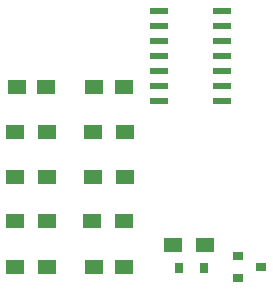
<source format=gbr>
G04 #@! TF.GenerationSoftware,KiCad,Pcbnew,(5.0.0)*
G04 #@! TF.CreationDate,2018-08-07T11:47:38-05:00*
G04 #@! TF.ProjectId,volvo240pcb,766F6C766F3234307063622E6B696361,rev?*
G04 #@! TF.SameCoordinates,Original*
G04 #@! TF.FileFunction,Paste,Top*
G04 #@! TF.FilePolarity,Positive*
%FSLAX46Y46*%
G04 Gerber Fmt 4.6, Leading zero omitted, Abs format (unit mm)*
G04 Created by KiCad (PCBNEW (5.0.0)) date 08/07/18 11:47:38*
%MOMM*%
%LPD*%
G01*
G04 APERTURE LIST*
%ADD10R,1.500000X1.250000*%
%ADD11R,0.800000X0.900000*%
%ADD12R,1.500000X1.300000*%
%ADD13R,0.900000X0.800000*%
%ADD14R,1.500000X0.600000*%
G04 APERTURE END LIST*
D10*
G04 #@! TO.C,C1*
X97770000Y-73660000D03*
X95270000Y-73660000D03*
G04 #@! TD*
G04 #@! TO.C,C2*
X101865000Y-73660000D03*
X104365000Y-73660000D03*
G04 #@! TD*
G04 #@! TO.C,C3*
X104365000Y-88900000D03*
X101865000Y-88900000D03*
G04 #@! TD*
D11*
G04 #@! TO.C,D2*
X111100000Y-89000000D03*
X109000000Y-89000000D03*
G04 #@! TD*
D12*
G04 #@! TO.C,R2*
X101765000Y-81280000D03*
X104465000Y-81280000D03*
G04 #@! TD*
G04 #@! TO.C,R1*
X104465000Y-77470000D03*
X101765000Y-77470000D03*
G04 #@! TD*
G04 #@! TO.C,R3*
X101675000Y-85000000D03*
X104375000Y-85000000D03*
G04 #@! TD*
G04 #@! TO.C,R4*
X97870000Y-77470000D03*
X95170000Y-77470000D03*
G04 #@! TD*
G04 #@! TO.C,R5*
X95170000Y-81280000D03*
X97870000Y-81280000D03*
G04 #@! TD*
G04 #@! TO.C,R6*
X97870000Y-85000000D03*
X95170000Y-85000000D03*
G04 #@! TD*
G04 #@! TO.C,R7*
X95170000Y-88900000D03*
X97870000Y-88900000D03*
G04 #@! TD*
G04 #@! TO.C,R8*
X111225001Y-87000000D03*
X108525001Y-87000000D03*
G04 #@! TD*
D13*
G04 #@! TO.C,D1*
X114000000Y-87950000D03*
X114000000Y-89850000D03*
X116000000Y-88900000D03*
G04 #@! TD*
D14*
G04 #@! TO.C,U2*
X107300000Y-67190000D03*
X107300000Y-68460000D03*
X107300000Y-69730000D03*
X107300000Y-71000000D03*
X107300000Y-72270000D03*
X107300000Y-73540000D03*
X107300000Y-74810000D03*
X112700000Y-74810000D03*
X112700000Y-73540000D03*
X112700000Y-72270000D03*
X112700000Y-71000000D03*
X112700000Y-69730000D03*
X112700000Y-68460000D03*
X112700000Y-67190000D03*
G04 #@! TD*
M02*

</source>
